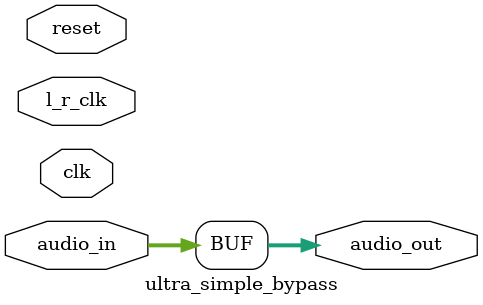
<source format=sv>
/*
Ultra-Simple Bypass Test Module
This module does NOTHING except pass through the input with a small delay.
Use this to verify that:
1. Audio data is reaching the filter module
2. The l_r_clk is working
3. The basic pipeline structure is correct
*/

module ultra_simple_bypass(
    input  logic        clk,
    input  logic        l_r_clk,
    input  logic        reset,
    input  logic signed [15:0] audio_in,
    output logic signed [15:0] audio_out
);

    // Just pass through with 3 cycle delay to match MAC latency
    logic signed [15:0] pipe1, pipe2, pipe3;
    
    always_ff @(posedge clk) begin
        if (reset) begin
            pipe1 <= 16'd0;
            pipe2 <= 16'd0;
            pipe3 <= 16'd0;
        end else begin
            pipe1 <= audio_in;
            pipe2 <= pipe1;
            pipe3 <= pipe2;
        end
    end
    
    // Choose your test:
    
    // Test 1: Direct passthrough (0 delay) - should work if wiring is correct
    assign audio_out = audio_in;
    
    // Test 2: Half volume (proves arithmetic works)
    // assign audio_out = audio_in >>> 1;
    
    // Test 3: With pipeline delay (matches MAC latency)
    // assign audio_out = pipe3;
    
endmodule
</source>
